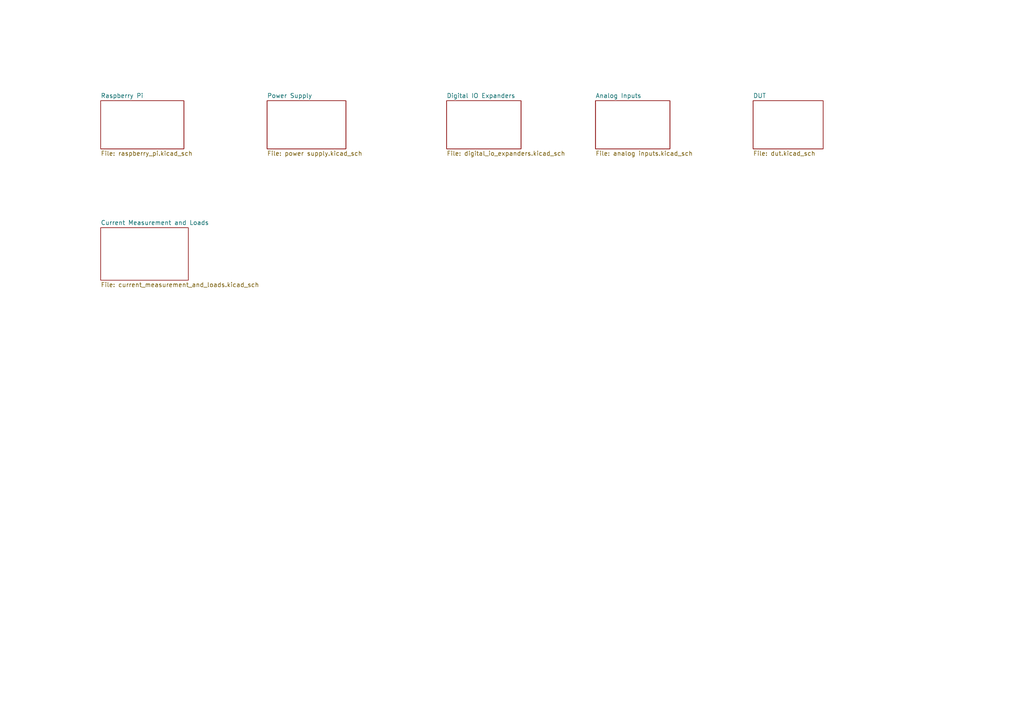
<source format=kicad_sch>
(kicad_sch
	(version 20250114)
	(generator "eeschema")
	(generator_version "9.0")
	(uuid "88c9457a-bea2-457f-94da-c611a4bbda4a")
	(paper "A4")
	(lib_symbols)
	(sheet
		(at 77.47 29.21)
		(size 22.86 13.97)
		(exclude_from_sim no)
		(in_bom yes)
		(on_board yes)
		(dnp no)
		(fields_autoplaced yes)
		(stroke
			(width 0.1524)
			(type solid)
		)
		(fill
			(color 0 0 0 0.0000)
		)
		(uuid "1ed985a8-84a3-4d9c-aa8a-4653505597e1")
		(property "Sheetname" "Power Supply"
			(at 77.47 28.4984 0)
			(effects
				(font
					(size 1.27 1.27)
				)
				(justify left bottom)
			)
		)
		(property "Sheetfile" "power supply.kicad_sch"
			(at 77.47 43.7646 0)
			(effects
				(font
					(size 1.27 1.27)
				)
				(justify left top)
			)
		)
		(instances
			(project "playduino_sheep_tester"
				(path "/88c9457a-bea2-457f-94da-c611a4bbda4a"
					(page "3")
				)
			)
		)
	)
	(sheet
		(at 172.72 29.21)
		(size 21.59 13.97)
		(exclude_from_sim no)
		(in_bom yes)
		(on_board yes)
		(dnp no)
		(fields_autoplaced yes)
		(stroke
			(width 0.1524)
			(type solid)
		)
		(fill
			(color 0 0 0 0.0000)
		)
		(uuid "4a740b7f-f4c6-4eb9-8ac7-f417eb126c9c")
		(property "Sheetname" "Analog Inputs"
			(at 172.72 28.4984 0)
			(effects
				(font
					(size 1.27 1.27)
				)
				(justify left bottom)
			)
		)
		(property "Sheetfile" "analog inputs.kicad_sch"
			(at 172.72 43.7646 0)
			(effects
				(font
					(size 1.27 1.27)
				)
				(justify left top)
			)
		)
		(instances
			(project "playduino_sheep_tester"
				(path "/88c9457a-bea2-457f-94da-c611a4bbda4a"
					(page "5")
				)
			)
		)
	)
	(sheet
		(at 29.21 29.21)
		(size 24.13 13.97)
		(exclude_from_sim no)
		(in_bom yes)
		(on_board yes)
		(dnp no)
		(fields_autoplaced yes)
		(stroke
			(width 0.1524)
			(type solid)
		)
		(fill
			(color 0 0 0 0.0000)
		)
		(uuid "73295f38-321b-4961-83fc-c1d9b87d144a")
		(property "Sheetname" "Raspberry Pi"
			(at 29.21 28.4984 0)
			(effects
				(font
					(size 1.27 1.27)
				)
				(justify left bottom)
			)
		)
		(property "Sheetfile" "raspberry_pi.kicad_sch"
			(at 29.21 43.7646 0)
			(effects
				(font
					(size 1.27 1.27)
				)
				(justify left top)
			)
		)
		(instances
			(project "playduino_sheep_tester"
				(path "/88c9457a-bea2-457f-94da-c611a4bbda4a"
					(page "2")
				)
			)
		)
	)
	(sheet
		(at 129.54 29.21)
		(size 21.59 13.97)
		(exclude_from_sim no)
		(in_bom yes)
		(on_board yes)
		(dnp no)
		(fields_autoplaced yes)
		(stroke
			(width 0.1524)
			(type solid)
		)
		(fill
			(color 0 0 0 0.0000)
		)
		(uuid "8e4646bd-9a17-4b53-ab58-a37b75dc5ec3")
		(property "Sheetname" "Digital IO Expanders"
			(at 129.54 28.4984 0)
			(effects
				(font
					(size 1.27 1.27)
				)
				(justify left bottom)
			)
		)
		(property "Sheetfile" "digital_io_expanders.kicad_sch"
			(at 129.54 43.7646 0)
			(effects
				(font
					(size 1.27 1.27)
				)
				(justify left top)
			)
		)
		(instances
			(project "playduino_sheep_tester"
				(path "/88c9457a-bea2-457f-94da-c611a4bbda4a"
					(page "4")
				)
			)
		)
	)
	(sheet
		(at 29.21 66.04)
		(size 25.4 15.24)
		(exclude_from_sim no)
		(in_bom yes)
		(on_board yes)
		(dnp no)
		(fields_autoplaced yes)
		(stroke
			(width 0.1524)
			(type solid)
		)
		(fill
			(color 0 0 0 0.0000)
		)
		(uuid "95f15576-e8ab-4cd5-982a-111c38f7aadf")
		(property "Sheetname" "Current Measurement and Loads"
			(at 29.21 65.3284 0)
			(effects
				(font
					(size 1.27 1.27)
				)
				(justify left bottom)
			)
		)
		(property "Sheetfile" "current_measurement_and_loads.kicad_sch"
			(at 29.21 81.8646 0)
			(effects
				(font
					(size 1.27 1.27)
				)
				(justify left top)
			)
		)
		(instances
			(project "playduino_sheep_tester"
				(path "/88c9457a-bea2-457f-94da-c611a4bbda4a"
					(page "7")
				)
			)
		)
	)
	(sheet
		(at 218.44 29.21)
		(size 20.32 13.97)
		(exclude_from_sim no)
		(in_bom yes)
		(on_board yes)
		(dnp no)
		(fields_autoplaced yes)
		(stroke
			(width 0.1524)
			(type solid)
		)
		(fill
			(color 0 0 0 0.0000)
		)
		(uuid "d86a5a19-9aa5-4fb0-a533-31a54e303539")
		(property "Sheetname" "DUT"
			(at 218.44 28.4984 0)
			(effects
				(font
					(size 1.27 1.27)
				)
				(justify left bottom)
			)
		)
		(property "Sheetfile" "dut.kicad_sch"
			(at 218.44 43.7646 0)
			(effects
				(font
					(size 1.27 1.27)
				)
				(justify left top)
			)
		)
		(instances
			(project "playduino_sheep_tester"
				(path "/88c9457a-bea2-457f-94da-c611a4bbda4a"
					(page "6")
				)
			)
		)
	)
	(sheet_instances
		(path "/"
			(page "1")
		)
	)
	(embedded_fonts no)
)

</source>
